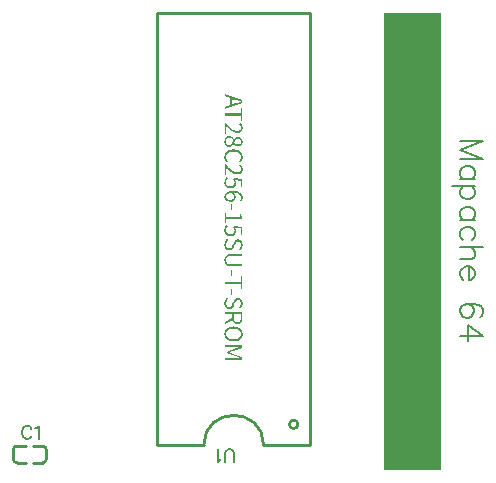
<source format=gto>
G04 Layer: TopSilkscreenLayer*
G04 EasyEDA v6.5.22, 2023-04-21 14:11:52*
G04 6639ec0bfd30429d8febbb54714beaf6,0d2cea57a9a8422ebbcee2df73fbc454,10*
G04 Gerber Generator version 0.2*
G04 Scale: 100 percent, Rotated: No, Reflected: No *
G04 Dimensions in millimeters *
G04 leading zeros omitted , absolute positions ,4 integer and 5 decimal *
%FSLAX45Y45*%
%MOMM*%

%ADD10C,0.2032*%
%ADD11C,0.1524*%
%ADD12C,0.2540*%

%LPD*%
G36*
X3911600Y4647184D02*
G01*
X3911600Y4630420D01*
X3958590Y4615180D01*
X3958590Y4610862D01*
X3971798Y4610862D01*
X4002176Y4601006D01*
X4046220Y4587748D01*
X4046220Y4586986D01*
X4008424Y4575657D01*
X3995928Y4571492D01*
X3971798Y4563872D01*
X3971798Y4610862D01*
X3958590Y4610862D01*
X3958590Y4559554D01*
X3911600Y4544822D01*
X3911600Y4526788D01*
X4060444Y4577842D01*
X4060444Y4596384D01*
G37*
G36*
X4046220Y4531360D02*
G01*
X4046220Y4486148D01*
X3911600Y4486148D01*
X3911600Y4468876D01*
X4046220Y4468876D01*
X4046220Y4423410D01*
X4060444Y4423410D01*
X4060444Y4531360D01*
G37*
G36*
X4041140Y4408932D02*
G01*
X4031996Y4399280D01*
X4035602Y4395927D01*
X4038904Y4392422D01*
X4041901Y4388713D01*
X4044492Y4384852D01*
X4046575Y4380788D01*
X4048201Y4376521D01*
X4049166Y4372102D01*
X4049522Y4367530D01*
X4048912Y4360773D01*
X4047185Y4354982D01*
X4044442Y4350105D01*
X4040733Y4346194D01*
X4036212Y4343146D01*
X4030979Y4341012D01*
X4025137Y4339742D01*
X4018787Y4339336D01*
X4014927Y4339488D01*
X4006900Y4340758D01*
X3998569Y4343349D01*
X3989882Y4347311D01*
X3985361Y4349800D01*
X3976065Y4355795D01*
X3966260Y4363262D01*
X3955948Y4372152D01*
X3945077Y4382566D01*
X3933596Y4394454D01*
X3921506Y4407916D01*
X3911600Y4407916D01*
X3911600Y4315968D01*
X3925824Y4315968D01*
X3925722Y4364532D01*
X3924554Y4383024D01*
X3934714Y4372508D01*
X3944721Y4362856D01*
X3954475Y4354068D01*
X3964076Y4346244D01*
X3973576Y4339437D01*
X3982923Y4333697D01*
X3992168Y4329176D01*
X3996791Y4327347D01*
X4001363Y4325823D01*
X4005935Y4324654D01*
X4010456Y4323791D01*
X4015028Y4323232D01*
X4019550Y4323080D01*
X4025950Y4323435D01*
X4031945Y4324400D01*
X4037482Y4326026D01*
X4042562Y4328261D01*
X4047134Y4331106D01*
X4051147Y4334510D01*
X4054652Y4338472D01*
X4057599Y4342942D01*
X4059936Y4347921D01*
X4061612Y4353407D01*
X4062628Y4359351D01*
X4062984Y4365752D01*
X4062577Y4372457D01*
X4061409Y4378655D01*
X4059529Y4384395D01*
X4057040Y4389831D01*
X4053840Y4394911D01*
X4050131Y4399737D01*
X4045864Y4404410D01*
G37*
G36*
X3948684Y4296410D02*
G01*
X3943045Y4296003D01*
X3937711Y4294835D01*
X3932732Y4292904D01*
X3928160Y4290263D01*
X3923944Y4287012D01*
X3920185Y4283100D01*
X3916934Y4278680D01*
X3914190Y4273702D01*
X3912006Y4268216D01*
X3910380Y4262323D01*
X3909415Y4256074D01*
X3909073Y4249166D01*
X3921251Y4249166D01*
X3921810Y4255871D01*
X3923436Y4262018D01*
X3925976Y4267504D01*
X3929379Y4272229D01*
X3933545Y4276090D01*
X3938422Y4278985D01*
X3943807Y4280814D01*
X3949700Y4281424D01*
X3955186Y4281017D01*
X3960368Y4279849D01*
X3965295Y4277918D01*
X3969918Y4275378D01*
X3974134Y4272229D01*
X3978046Y4268571D01*
X3981602Y4264406D01*
X3984751Y4259834D01*
X3980434Y4249318D01*
X3975601Y4239260D01*
X3991610Y4239260D01*
X3994251Y4245762D01*
X3997147Y4252061D01*
X4000347Y4257903D01*
X4003954Y4263085D01*
X4008120Y4267504D01*
X4012946Y4270857D01*
X4018483Y4273042D01*
X4024884Y4273804D01*
X4030268Y4273346D01*
X4035145Y4271975D01*
X4039412Y4269740D01*
X4043070Y4266844D01*
X4046016Y4263237D01*
X4048201Y4259021D01*
X4049572Y4254296D01*
X4050029Y4249166D01*
X4049471Y4243222D01*
X4047845Y4237990D01*
X4045305Y4233519D01*
X4041952Y4229811D01*
X4037837Y4226864D01*
X4033215Y4224731D01*
X4028084Y4223461D01*
X4022598Y4223004D01*
X4014165Y4224020D01*
X4006138Y4227118D01*
X3998569Y4232198D01*
X3991610Y4239260D01*
X3975601Y4239260D01*
X3973372Y4235348D01*
X3970680Y4231436D01*
X3967734Y4227931D01*
X3964482Y4224934D01*
X3960926Y4222496D01*
X3956964Y4220718D01*
X3952544Y4219600D01*
X3947668Y4219194D01*
X3942181Y4219752D01*
X3937101Y4221327D01*
X3932631Y4223918D01*
X3928719Y4227423D01*
X3925570Y4231741D01*
X3923233Y4236872D01*
X3921760Y4242714D01*
X3921251Y4249166D01*
X3909073Y4249166D01*
X3909415Y4242765D01*
X3910380Y4236466D01*
X3912006Y4230674D01*
X3914190Y4225290D01*
X3916934Y4220464D01*
X3920134Y4216146D01*
X3923741Y4212386D01*
X3927805Y4209288D01*
X3932224Y4206748D01*
X3936949Y4204970D01*
X3941927Y4203801D01*
X3947160Y4203446D01*
X3954373Y4204004D01*
X3960774Y4205528D01*
X3966464Y4207967D01*
X3971493Y4211167D01*
X3975912Y4214926D01*
X3979824Y4219194D01*
X3983228Y4223816D01*
X3986276Y4228592D01*
X3987292Y4228592D01*
X3990187Y4225239D01*
X3993591Y4221835D01*
X3997553Y4218432D01*
X4001973Y4215333D01*
X4006850Y4212590D01*
X4012031Y4210456D01*
X4017568Y4209034D01*
X4023360Y4208526D01*
X4028948Y4208830D01*
X4034180Y4209796D01*
X4039108Y4211320D01*
X4043679Y4213402D01*
X4047794Y4216095D01*
X4051503Y4219295D01*
X4054703Y4223004D01*
X4057396Y4227271D01*
X4059580Y4231995D01*
X4061155Y4237177D01*
X4062120Y4242816D01*
X4062476Y4248912D01*
X4062171Y4254500D01*
X4061256Y4259834D01*
X4059732Y4264812D01*
X4057700Y4269486D01*
X4055110Y4273753D01*
X4052062Y4277563D01*
X4048556Y4280916D01*
X4044543Y4283710D01*
X4040174Y4285996D01*
X4035450Y4287672D01*
X4030319Y4288688D01*
X4024884Y4289044D01*
X4019296Y4288637D01*
X4014063Y4287418D01*
X4009237Y4285488D01*
X4004818Y4282998D01*
X4000754Y4279950D01*
X3997096Y4276496D01*
X3993794Y4272737D01*
X3990848Y4268724D01*
X3990086Y4268724D01*
X3987037Y4273854D01*
X3983329Y4278833D01*
X3979062Y4283506D01*
X3974134Y4287723D01*
X3968648Y4291279D01*
X3962603Y4294022D01*
X3955897Y4295800D01*
G37*
G36*
X3986022Y4182110D02*
G01*
X3978910Y4181906D01*
X3972153Y4181297D01*
X3965651Y4180332D01*
X3959504Y4179011D01*
X3953662Y4177284D01*
X3948125Y4175251D01*
X3942943Y4172864D01*
X3938066Y4170172D01*
X3933596Y4167174D01*
X3929430Y4163923D01*
X3925671Y4160367D01*
X3922268Y4156557D01*
X3919220Y4152493D01*
X3916578Y4148175D01*
X3914292Y4143654D01*
X3912412Y4138879D01*
X3910990Y4133951D01*
X3909923Y4128820D01*
X3909263Y4123537D01*
X3909060Y4118101D01*
X3909415Y4111091D01*
X3910482Y4104487D01*
X3912209Y4098290D01*
X3914597Y4092498D01*
X3917594Y4087063D01*
X3921251Y4081932D01*
X3925519Y4077157D01*
X3930396Y4072636D01*
X3940810Y4082034D01*
X3936949Y4085793D01*
X3933545Y4089704D01*
X3930650Y4093718D01*
X3928211Y4097985D01*
X3926281Y4102404D01*
X3924909Y4107129D01*
X3924096Y4112056D01*
X3923792Y4117340D01*
X3924096Y4122674D01*
X3924909Y4127754D01*
X3926281Y4132579D01*
X3928160Y4137101D01*
X3930548Y4141317D01*
X3933444Y4145229D01*
X3936796Y4148785D01*
X3940657Y4152036D01*
X3944924Y4154932D01*
X3949649Y4157522D01*
X3954779Y4159707D01*
X3960317Y4161536D01*
X3966260Y4162958D01*
X3972560Y4163974D01*
X3979265Y4164634D01*
X3986276Y4164837D01*
X3993286Y4164634D01*
X3999941Y4163974D01*
X4006240Y4162907D01*
X4012133Y4161383D01*
X4017670Y4159504D01*
X4022750Y4157268D01*
X4027424Y4154627D01*
X4031640Y4151680D01*
X4035450Y4148328D01*
X4038752Y4144670D01*
X4041597Y4140708D01*
X4043984Y4136440D01*
X4045813Y4131868D01*
X4047185Y4127042D01*
X4047998Y4121912D01*
X4048251Y4116578D01*
X4047185Y4107383D01*
X4044289Y4099204D01*
X4039768Y4092041D01*
X4034028Y4085844D01*
X4044950Y4076446D01*
X4048404Y4079849D01*
X4051757Y4083761D01*
X4054805Y4088129D01*
X4057497Y4093006D01*
X4059732Y4098340D01*
X4061510Y4104081D01*
X4062577Y4110278D01*
X4062984Y4116832D01*
X4062780Y4122369D01*
X4062120Y4127804D01*
X4061053Y4133037D01*
X4059580Y4138066D01*
X4057650Y4142892D01*
X4055364Y4147515D01*
X4052722Y4151884D01*
X4049623Y4156049D01*
X4046220Y4159961D01*
X4042410Y4163568D01*
X4038244Y4166920D01*
X4033723Y4169968D01*
X4028897Y4172712D01*
X4023715Y4175099D01*
X4018178Y4177182D01*
X4012387Y4178909D01*
X4006240Y4180281D01*
X3999788Y4181297D01*
X3993032Y4181906D01*
G37*
G36*
X4041140Y4057142D02*
G01*
X4031996Y4047236D01*
X4035602Y4043984D01*
X4038904Y4040479D01*
X4041901Y4036822D01*
X4044492Y4032910D01*
X4046575Y4028846D01*
X4048201Y4024629D01*
X4049166Y4020261D01*
X4049522Y4015740D01*
X4048912Y4008983D01*
X4047185Y4003141D01*
X4044442Y3998264D01*
X4040733Y3994302D01*
X4036212Y3991203D01*
X4030979Y3989019D01*
X4025137Y3987698D01*
X4018787Y3987292D01*
X4014927Y3987444D01*
X4010964Y3987952D01*
X4006900Y3988765D01*
X4002786Y3989882D01*
X3998569Y3991356D01*
X3989882Y3995318D01*
X3980789Y4000703D01*
X3971188Y4007459D01*
X3961129Y4015638D01*
X3950563Y4025341D01*
X3939387Y4036517D01*
X3921506Y4056126D01*
X3911600Y4056126D01*
X3911600Y3963924D01*
X3925824Y3963924D01*
X3925722Y4012488D01*
X3924554Y4030979D01*
X3934714Y4020464D01*
X3944721Y4010812D01*
X3954475Y4002024D01*
X3964076Y3994200D01*
X3973576Y3987393D01*
X3982923Y3981653D01*
X3992168Y3977132D01*
X3996791Y3975303D01*
X4001363Y3973779D01*
X4005935Y3972610D01*
X4010456Y3971747D01*
X4015028Y3971188D01*
X4019550Y3971036D01*
X4025950Y3971391D01*
X4031945Y3972356D01*
X4037482Y3973982D01*
X4042562Y3976217D01*
X4047134Y3979062D01*
X4051147Y3982465D01*
X4054652Y3986428D01*
X4057599Y3990898D01*
X4059936Y3995877D01*
X4061612Y4001363D01*
X4062628Y4007307D01*
X4062984Y4013708D01*
X4062577Y4020413D01*
X4061409Y4026662D01*
X4059529Y4032453D01*
X4057040Y4037888D01*
X4053840Y4043019D01*
X4050131Y4047947D01*
X4045864Y4052620D01*
G37*
G36*
X3928618Y3947922D02*
G01*
X3924909Y3944010D01*
X3921404Y3939692D01*
X3918051Y3934866D01*
X3915105Y3929481D01*
X3912615Y3923436D01*
X3910736Y3916730D01*
X3909517Y3909263D01*
X3909060Y3900932D01*
X3909415Y3894886D01*
X3910584Y3888943D01*
X3912412Y3883202D01*
X3915003Y3877716D01*
X3918305Y3872585D01*
X3922268Y3867912D01*
X3926941Y3863746D01*
X3932224Y3860139D01*
X3938219Y3857193D01*
X3944823Y3855008D01*
X3952036Y3853637D01*
X3959860Y3853179D01*
X3967683Y3853586D01*
X3974744Y3854754D01*
X3981094Y3856685D01*
X3986733Y3859225D01*
X3991660Y3862425D01*
X3995877Y3866184D01*
X3999433Y3870451D01*
X4002328Y3875176D01*
X4004564Y3880307D01*
X4006138Y3885793D01*
X4007053Y3891584D01*
X4007358Y3897629D01*
X4006900Y3904234D01*
X4005630Y3910126D01*
X4003598Y3915562D01*
X4001008Y3920744D01*
X4046220Y3916679D01*
X4046220Y3860292D01*
X4060444Y3860292D01*
X4060444Y3931412D01*
X3991356Y3935984D01*
X3985514Y3926840D01*
X3989374Y3920693D01*
X3992168Y3914851D01*
X3993845Y3908704D01*
X3994404Y3901694D01*
X3993794Y3894785D01*
X3992016Y3888536D01*
X3989070Y3883101D01*
X3985056Y3878427D01*
X3980027Y3874719D01*
X3974033Y3871976D01*
X3967124Y3870248D01*
X3959351Y3869690D01*
X3951376Y3870350D01*
X3944213Y3872331D01*
X3937965Y3875379D01*
X3932682Y3879392D01*
X3928465Y3884269D01*
X3925366Y3889857D01*
X3923436Y3895953D01*
X3922776Y3902456D01*
X3923131Y3908806D01*
X3924198Y3914597D01*
X3925824Y3919778D01*
X3927906Y3924503D01*
X3930446Y3928821D01*
X3933291Y3932732D01*
X3936339Y3936288D01*
X3939540Y3939540D01*
G37*
G36*
X3982212Y3830574D02*
G01*
X3973372Y3830320D01*
X3965143Y3829608D01*
X3957421Y3828491D01*
X3950309Y3826916D01*
X3943756Y3824935D01*
X3937762Y3822547D01*
X3932326Y3819804D01*
X3927449Y3816705D01*
X3923131Y3813251D01*
X3919423Y3809492D01*
X3916273Y3805428D01*
X3913682Y3801110D01*
X3911650Y3796487D01*
X3910228Y3791661D01*
X3909364Y3786581D01*
X3909060Y3781298D01*
X3922268Y3781298D01*
X3922623Y3786073D01*
X3923741Y3790492D01*
X3925519Y3794556D01*
X3928059Y3798265D01*
X3931259Y3801618D01*
X3935120Y3804615D01*
X3939590Y3807206D01*
X3944772Y3809441D01*
X3950563Y3811320D01*
X3956964Y3812794D01*
X3963974Y3813860D01*
X3971544Y3814572D01*
X3976471Y3810711D01*
X3980637Y3806698D01*
X3984040Y3802634D01*
X3986784Y3798519D01*
X3988815Y3794506D01*
X3990238Y3790543D01*
X3991101Y3786733D01*
X3991356Y3783076D01*
X3990746Y3776421D01*
X3988866Y3770680D01*
X3985920Y3765854D01*
X3981907Y3761943D01*
X3976979Y3758946D01*
X3971086Y3756812D01*
X3964432Y3755542D01*
X3957065Y3755136D01*
X3949649Y3755644D01*
X3942943Y3757168D01*
X3937000Y3759504D01*
X3931970Y3762705D01*
X3927856Y3766565D01*
X3924808Y3770985D01*
X3922928Y3775964D01*
X3922268Y3781298D01*
X3909060Y3781298D01*
X3909466Y3775710D01*
X3910634Y3770325D01*
X3912514Y3765194D01*
X3915105Y3760368D01*
X3918407Y3755898D01*
X3922318Y3751884D01*
X3926789Y3748278D01*
X3931869Y3745229D01*
X3937457Y3742740D01*
X3943553Y3740912D01*
X3950106Y3739794D01*
X3957065Y3739387D01*
X3964482Y3739692D01*
X3971290Y3740708D01*
X3977386Y3742283D01*
X3982872Y3744468D01*
X3987749Y3747211D01*
X3991914Y3750513D01*
X3995470Y3754374D01*
X3998366Y3758692D01*
X4000652Y3763518D01*
X4002278Y3768750D01*
X4003243Y3774440D01*
X4003548Y3780536D01*
X4003243Y3785057D01*
X4002278Y3789629D01*
X4000804Y3794150D01*
X3998722Y3798620D01*
X3996131Y3802989D01*
X3993032Y3807206D01*
X3989476Y3811168D01*
X3985514Y3814826D01*
X3994048Y3814470D01*
X4001871Y3813759D01*
X4009034Y3812692D01*
X4015536Y3811270D01*
X4021328Y3809542D01*
X4026560Y3807510D01*
X4031183Y3805224D01*
X4035196Y3802684D01*
X4038701Y3799890D01*
X4041597Y3796842D01*
X4044035Y3793642D01*
X4045965Y3790289D01*
X4047439Y3786733D01*
X4048455Y3783076D01*
X4049064Y3779316D01*
X4049268Y3775456D01*
X4048506Y3768851D01*
X4046220Y3762451D01*
X4042613Y3756609D01*
X4037837Y3751579D01*
X4048251Y3742182D01*
X4051300Y3745331D01*
X4054094Y3748786D01*
X4056583Y3752494D01*
X4058767Y3756507D01*
X4060545Y3760825D01*
X4061866Y3765499D01*
X4062679Y3770528D01*
X4062984Y3775964D01*
X4062831Y3780231D01*
X4062323Y3784396D01*
X4061460Y3788511D01*
X4060240Y3792575D01*
X4058665Y3796487D01*
X4056684Y3800297D01*
X4054297Y3803954D01*
X4051503Y3807460D01*
X4048302Y3810812D01*
X4044696Y3813962D01*
X4040632Y3816858D01*
X4036110Y3819550D01*
X4031132Y3821988D01*
X4025646Y3824173D01*
X4019702Y3826052D01*
X4013250Y3827627D01*
X4006291Y3828897D01*
X3998772Y3829812D01*
X3990797Y3830370D01*
G37*
G36*
X3961892Y3721100D02*
G01*
X3961892Y3669792D01*
X3974846Y3669792D01*
X3974846Y3721100D01*
G37*
G36*
X3911600Y3642868D02*
G01*
X3911600Y3562604D01*
X3925315Y3562604D01*
X3925315Y3593084D01*
X4060444Y3593084D01*
X4060444Y3605529D01*
X4057091Y3611778D01*
X4054297Y3618737D01*
X4052062Y3626662D01*
X4050284Y3635756D01*
X4039362Y3635756D01*
X4039362Y3609340D01*
X3925315Y3609340D01*
X3925315Y3642868D01*
G37*
G36*
X3928618Y3543554D02*
G01*
X3924909Y3539642D01*
X3921404Y3535324D01*
X3918051Y3530498D01*
X3915105Y3525113D01*
X3912615Y3519068D01*
X3910736Y3512362D01*
X3909517Y3504895D01*
X3909060Y3496564D01*
X3909415Y3490518D01*
X3910584Y3484575D01*
X3912412Y3478834D01*
X3915003Y3473348D01*
X3918305Y3468217D01*
X3922268Y3463544D01*
X3926941Y3459378D01*
X3932224Y3455771D01*
X3938219Y3452825D01*
X3944823Y3450640D01*
X3952036Y3449269D01*
X3959860Y3448812D01*
X3967683Y3449218D01*
X3974744Y3450386D01*
X3981094Y3452317D01*
X3986733Y3454857D01*
X3991660Y3458057D01*
X3995877Y3461816D01*
X3999433Y3466084D01*
X4002328Y3470808D01*
X4004564Y3475939D01*
X4006138Y3481425D01*
X4007053Y3487216D01*
X4007358Y3493262D01*
X4006900Y3499865D01*
X4005630Y3505758D01*
X4003598Y3511194D01*
X4001008Y3516376D01*
X4046220Y3512312D01*
X4046220Y3455924D01*
X4060444Y3455924D01*
X4060444Y3527044D01*
X3991356Y3531615D01*
X3985514Y3522472D01*
X3989374Y3516325D01*
X3992168Y3510483D01*
X3993845Y3504336D01*
X3994404Y3497326D01*
X3993794Y3490417D01*
X3992016Y3484168D01*
X3989070Y3478733D01*
X3985056Y3474059D01*
X3980027Y3470351D01*
X3974033Y3467608D01*
X3967124Y3465880D01*
X3959351Y3465322D01*
X3951376Y3465982D01*
X3944213Y3467963D01*
X3937965Y3471011D01*
X3932682Y3475024D01*
X3928465Y3479901D01*
X3925366Y3485489D01*
X3923436Y3491585D01*
X3922776Y3498087D01*
X3923131Y3504437D01*
X3924198Y3510229D01*
X3925824Y3515410D01*
X3927906Y3520135D01*
X3930446Y3524453D01*
X3933291Y3528364D01*
X3936339Y3531920D01*
X3939540Y3535172D01*
G37*
G36*
X3931158Y3427984D02*
G01*
X3926281Y3423005D01*
X3921912Y3417519D01*
X3918153Y3411626D01*
X3914952Y3405327D01*
X3912412Y3398672D01*
X3910584Y3391611D01*
X3909466Y3384194D01*
X3909060Y3376422D01*
X3909415Y3369005D01*
X3910533Y3362045D01*
X3912260Y3355644D01*
X3914648Y3349802D01*
X3917645Y3344519D01*
X3921150Y3339896D01*
X3925112Y3335883D01*
X3929532Y3332530D01*
X3934358Y3329889D01*
X3939540Y3327958D01*
X3944975Y3326790D01*
X3950715Y3326384D01*
X3958437Y3326993D01*
X3965194Y3328771D01*
X3971036Y3331616D01*
X3976065Y3335426D01*
X3980383Y3339998D01*
X3984142Y3345230D01*
X3987444Y3351072D01*
X3990340Y3357372D01*
X4001414Y3383076D01*
X4005884Y3391611D01*
X4008628Y3395421D01*
X4011828Y3398723D01*
X4015638Y3401314D01*
X4020108Y3402990D01*
X4025392Y3403600D01*
X4030370Y3403041D01*
X4034840Y3401517D01*
X4038752Y3398977D01*
X4042054Y3395573D01*
X4044696Y3391408D01*
X4046626Y3386429D01*
X4047845Y3380841D01*
X4048251Y3374644D01*
X4047998Y3369462D01*
X4047236Y3364585D01*
X4046016Y3359962D01*
X4044391Y3355594D01*
X4042308Y3351479D01*
X4039870Y3347567D01*
X4037126Y3343859D01*
X4034028Y3340354D01*
X4044696Y3331464D01*
X4048556Y3335528D01*
X4052062Y3339998D01*
X4055160Y3344926D01*
X4057853Y3350209D01*
X4059986Y3355848D01*
X4061612Y3361842D01*
X4062628Y3368090D01*
X4062984Y3374644D01*
X4062628Y3381095D01*
X4061663Y3387242D01*
X4060088Y3392982D01*
X4057954Y3398316D01*
X4055211Y3403193D01*
X4052011Y3407511D01*
X4048353Y3411372D01*
X4044238Y3414572D01*
X4039717Y3417163D01*
X4034840Y3419043D01*
X4029659Y3420211D01*
X4024122Y3420618D01*
X4016552Y3419906D01*
X4009948Y3417824D01*
X4004259Y3414674D01*
X3999382Y3410661D01*
X3995216Y3405987D01*
X3991711Y3400907D01*
X3988765Y3395624D01*
X3986276Y3390392D01*
X3974541Y3363620D01*
X3972153Y3358845D01*
X3969613Y3354527D01*
X3966768Y3350768D01*
X3963466Y3347669D01*
X3959606Y3345383D01*
X3954983Y3343910D01*
X3949446Y3343401D01*
X3943959Y3343960D01*
X3939032Y3345687D01*
X3934612Y3348431D01*
X3930904Y3352190D01*
X3927906Y3356864D01*
X3925671Y3362451D01*
X3924249Y3368903D01*
X3923792Y3376168D01*
X3924147Y3382060D01*
X3925112Y3387801D01*
X3926738Y3393440D01*
X3928922Y3398926D01*
X3931615Y3404108D01*
X3934815Y3409035D01*
X3938524Y3413607D01*
X3942587Y3417824D01*
G37*
G36*
X3972051Y3297428D02*
G01*
X3963517Y3297174D01*
X3955694Y3296361D01*
X3948582Y3295091D01*
X3942181Y3293313D01*
X3936390Y3291128D01*
X3931259Y3288487D01*
X3926687Y3285439D01*
X3922725Y3282086D01*
X3919321Y3278327D01*
X3916476Y3274263D01*
X3914089Y3269894D01*
X3912209Y3265271D01*
X3910787Y3260394D01*
X3909822Y3255314D01*
X3909263Y3250031D01*
X3909060Y3244596D01*
X3909263Y3239211D01*
X3909822Y3233928D01*
X3910787Y3228898D01*
X3912209Y3224072D01*
X3914089Y3219450D01*
X3916476Y3215132D01*
X3919321Y3211068D01*
X3922725Y3207359D01*
X3926687Y3203956D01*
X3931259Y3200958D01*
X3936390Y3198317D01*
X3942181Y3196132D01*
X3948582Y3194354D01*
X3955694Y3193084D01*
X3963517Y3192272D01*
X3972051Y3192018D01*
X4060444Y3192018D01*
X4060444Y3208020D01*
X3971798Y3208020D01*
X3963162Y3208375D01*
X3955542Y3209340D01*
X3948887Y3210915D01*
X3943096Y3213049D01*
X3938168Y3215690D01*
X3934104Y3218789D01*
X3930751Y3222294D01*
X3928110Y3226206D01*
X3926128Y3230422D01*
X3924808Y3234944D01*
X3924046Y3239668D01*
X3923792Y3244596D01*
X3924046Y3249472D01*
X3924808Y3254146D01*
X3926128Y3258565D01*
X3928110Y3262680D01*
X3930751Y3266490D01*
X3934104Y3269945D01*
X3938168Y3272942D01*
X3943096Y3275533D01*
X3948887Y3277615D01*
X3955542Y3279140D01*
X3963162Y3280105D01*
X3971798Y3280410D01*
X4060444Y3280410D01*
X4060444Y3297428D01*
G37*
G36*
X3961892Y3162554D02*
G01*
X3961892Y3111246D01*
X3974846Y3111246D01*
X3974846Y3162554D01*
G37*
G36*
X4046220Y3106166D02*
G01*
X4046220Y3060700D01*
X3911600Y3060700D01*
X3911600Y3043682D01*
X4046220Y3043682D01*
X4046220Y2998216D01*
X4060444Y2998216D01*
X4060444Y3106166D01*
G37*
G36*
X3961892Y2999232D02*
G01*
X3961892Y2947924D01*
X3974846Y2947924D01*
X3974846Y2999232D01*
G37*
G36*
X3931158Y2932684D02*
G01*
X3926281Y2927705D01*
X3921912Y2922219D01*
X3918153Y2916326D01*
X3914952Y2910027D01*
X3912412Y2903372D01*
X3910584Y2896311D01*
X3909466Y2888894D01*
X3909060Y2881122D01*
X3909415Y2873705D01*
X3910533Y2866745D01*
X3912260Y2860344D01*
X3914648Y2854502D01*
X3917645Y2849219D01*
X3921150Y2844596D01*
X3925112Y2840583D01*
X3929532Y2837230D01*
X3934358Y2834589D01*
X3939540Y2832658D01*
X3944975Y2831490D01*
X3950715Y2831084D01*
X3958437Y2831693D01*
X3965194Y2833522D01*
X3971036Y2836418D01*
X3976065Y2840177D01*
X3980383Y2844800D01*
X3984142Y2850032D01*
X3987444Y2855874D01*
X3990340Y2862072D01*
X4001414Y2887980D01*
X4003548Y2892348D01*
X4005884Y2896463D01*
X4008628Y2900273D01*
X4011828Y2903524D01*
X4015638Y2906064D01*
X4020108Y2907690D01*
X4025392Y2908300D01*
X4030370Y2907792D01*
X4034840Y2906268D01*
X4038752Y2903778D01*
X4042054Y2900426D01*
X4044696Y2896260D01*
X4046626Y2891383D01*
X4047845Y2885795D01*
X4048251Y2879598D01*
X4047998Y2874416D01*
X4047236Y2869539D01*
X4046016Y2864916D01*
X4044391Y2860548D01*
X4042308Y2856433D01*
X4039870Y2852521D01*
X4037126Y2848813D01*
X4034028Y2845308D01*
X4044696Y2836164D01*
X4048556Y2840228D01*
X4052062Y2844698D01*
X4055160Y2849626D01*
X4057853Y2854909D01*
X4059986Y2860598D01*
X4061612Y2866644D01*
X4062628Y2872994D01*
X4062984Y2879598D01*
X4062628Y2886049D01*
X4061663Y2892196D01*
X4060088Y2897936D01*
X4057954Y2903270D01*
X4055211Y2908147D01*
X4052011Y2912465D01*
X4048353Y2916326D01*
X4044238Y2919526D01*
X4039717Y2922117D01*
X4034840Y2923997D01*
X4029659Y2925165D01*
X4024122Y2925572D01*
X4016552Y2924810D01*
X4009948Y2922778D01*
X4004259Y2919628D01*
X3999382Y2915564D01*
X3995216Y2910890D01*
X3991711Y2905760D01*
X3988765Y2900426D01*
X3976878Y2873756D01*
X3972153Y2863799D01*
X3969613Y2859481D01*
X3966768Y2855722D01*
X3963466Y2852623D01*
X3959606Y2850337D01*
X3954983Y2848864D01*
X3949446Y2848356D01*
X3943959Y2848914D01*
X3939032Y2850591D01*
X3934612Y2853283D01*
X3930904Y2856992D01*
X3927906Y2861665D01*
X3925671Y2867202D01*
X3924249Y2873654D01*
X3923792Y2880868D01*
X3924147Y2886811D01*
X3925112Y2892602D01*
X3926738Y2898292D01*
X3928922Y2903677D01*
X3931615Y2908858D01*
X3934815Y2913786D01*
X3938524Y2918307D01*
X3942587Y2922524D01*
G37*
G36*
X3911600Y2801620D02*
G01*
X3911600Y2784602D01*
X4046728Y2784602D01*
X4046728Y2758694D01*
X4046372Y2750159D01*
X4045254Y2742692D01*
X4043324Y2736291D01*
X4040479Y2730957D01*
X4036720Y2726791D01*
X4031945Y2723794D01*
X4026052Y2721965D01*
X4019042Y2721356D01*
X4012082Y2721965D01*
X4006087Y2723794D01*
X4001008Y2726791D01*
X3996893Y2730957D01*
X3993692Y2736291D01*
X3991406Y2742692D01*
X3990035Y2750159D01*
X3989578Y2758694D01*
X3989578Y2784602D01*
X3975862Y2784602D01*
X3975862Y2756916D01*
X3911600Y2719578D01*
X3911600Y2700782D01*
X3977386Y2739136D01*
X3978757Y2734056D01*
X3980535Y2729331D01*
X3982669Y2724962D01*
X3985158Y2720898D01*
X3988003Y2717292D01*
X3991254Y2714040D01*
X3994912Y2711246D01*
X3998925Y2708910D01*
X4003344Y2707081D01*
X4008170Y2705709D01*
X4013403Y2704896D01*
X4019042Y2704592D01*
X4026255Y2705049D01*
X4032707Y2706268D01*
X4038346Y2708351D01*
X4043324Y2711196D01*
X4047591Y2714701D01*
X4051147Y2718917D01*
X4054144Y2723743D01*
X4056481Y2729179D01*
X4058259Y2735122D01*
X4059478Y2741625D01*
X4060190Y2748534D01*
X4060444Y2755900D01*
X4060444Y2801620D01*
G37*
G36*
X3986529Y2682748D02*
G01*
X3979519Y2682544D01*
X3972814Y2681986D01*
X3966362Y2681071D01*
X3960215Y2679750D01*
X3954373Y2678125D01*
X3948836Y2676144D01*
X3943654Y2673858D01*
X3938727Y2671267D01*
X3934206Y2668371D01*
X3929989Y2665171D01*
X3926128Y2661716D01*
X3922674Y2658008D01*
X3919524Y2654046D01*
X3916832Y2649778D01*
X3914495Y2645359D01*
X3912565Y2640685D01*
X3911041Y2635808D01*
X3909923Y2630728D01*
X3909263Y2625445D01*
X3909060Y2620010D01*
X3923792Y2620010D01*
X3924096Y2625039D01*
X3924909Y2629814D01*
X3926332Y2634386D01*
X3928211Y2638704D01*
X3930650Y2642717D01*
X3933596Y2646426D01*
X3937000Y2649880D01*
X3940860Y2653030D01*
X3945178Y2655824D01*
X3949954Y2658313D01*
X3955084Y2660446D01*
X3960672Y2662224D01*
X3966616Y2663647D01*
X3972915Y2664663D01*
X3979570Y2665272D01*
X3986529Y2665476D01*
X3993489Y2665272D01*
X4000144Y2664663D01*
X4006392Y2663647D01*
X4012234Y2662224D01*
X4017721Y2660446D01*
X4022801Y2658313D01*
X4027474Y2655824D01*
X4031691Y2653030D01*
X4035450Y2649880D01*
X4038752Y2646426D01*
X4041597Y2642717D01*
X4043984Y2638704D01*
X4045813Y2634386D01*
X4047185Y2629814D01*
X4047998Y2625039D01*
X4048251Y2620010D01*
X4047998Y2614930D01*
X4047185Y2610104D01*
X4045813Y2605532D01*
X4043984Y2601163D01*
X4041597Y2597150D01*
X4038752Y2593390D01*
X4035450Y2589936D01*
X4031691Y2586786D01*
X4027474Y2583942D01*
X4022801Y2581452D01*
X4017721Y2579319D01*
X4012234Y2577541D01*
X4006392Y2576118D01*
X4000144Y2575102D01*
X3993489Y2574493D01*
X3986529Y2574290D01*
X3979570Y2574493D01*
X3972915Y2575102D01*
X3966616Y2576118D01*
X3960672Y2577541D01*
X3955084Y2579319D01*
X3949954Y2581452D01*
X3945178Y2583942D01*
X3940860Y2586786D01*
X3937000Y2589936D01*
X3933596Y2593390D01*
X3930650Y2597150D01*
X3928211Y2601163D01*
X3926332Y2605532D01*
X3924909Y2610104D01*
X3924096Y2614930D01*
X3923792Y2620010D01*
X3909060Y2620010D01*
X3909263Y2614574D01*
X3909923Y2609291D01*
X3911041Y2604211D01*
X3912565Y2599334D01*
X3914495Y2594610D01*
X3916832Y2590139D01*
X3919524Y2585923D01*
X3922674Y2581910D01*
X3926128Y2578201D01*
X3929989Y2574696D01*
X3934206Y2571496D01*
X3938727Y2568600D01*
X3943654Y2565958D01*
X3948836Y2563672D01*
X3954373Y2561691D01*
X3960215Y2560015D01*
X3966362Y2558745D01*
X3972814Y2557780D01*
X3979519Y2557221D01*
X3986529Y2557018D01*
X3993489Y2557221D01*
X4000195Y2557780D01*
X4006596Y2558745D01*
X4012742Y2560015D01*
X4018534Y2561691D01*
X4023969Y2563672D01*
X4029151Y2565958D01*
X4033977Y2568600D01*
X4038447Y2571496D01*
X4042562Y2574696D01*
X4046321Y2578201D01*
X4049776Y2581910D01*
X4052773Y2585923D01*
X4055465Y2590139D01*
X4057700Y2594610D01*
X4059580Y2599334D01*
X4061053Y2604211D01*
X4062120Y2609291D01*
X4062780Y2614574D01*
X4062984Y2620010D01*
X4062780Y2625445D01*
X4062120Y2630728D01*
X4061053Y2635808D01*
X4059580Y2640685D01*
X4057700Y2645359D01*
X4055465Y2649778D01*
X4052773Y2654046D01*
X4049776Y2658008D01*
X4046321Y2661716D01*
X4042562Y2665171D01*
X4038447Y2668371D01*
X4033977Y2671267D01*
X4029151Y2673858D01*
X4023969Y2676144D01*
X4018534Y2678125D01*
X4012742Y2679750D01*
X4006596Y2681071D01*
X4000195Y2681986D01*
X3993489Y2682544D01*
G37*
G36*
X3911600Y2524252D02*
G01*
X3911600Y2509012D01*
X4002430Y2509062D01*
X4024629Y2510078D01*
X4040632Y2511044D01*
X4040632Y2510282D01*
X4006850Y2498598D01*
X3926840Y2469388D01*
X3926840Y2457704D01*
X4006850Y2428748D01*
X4040632Y2416810D01*
X4040632Y2416048D01*
X4007713Y2417876D01*
X3997451Y2418080D01*
X3911600Y2418080D01*
X3911600Y2402332D01*
X4060444Y2402332D01*
X4060444Y2423160D01*
X3979164Y2452116D01*
X3947414Y2462530D01*
X3947414Y2463546D01*
X3979164Y2474468D01*
X4060444Y2503678D01*
X4060444Y2524252D01*
G37*
D10*
X6097777Y4249673D02*
G01*
X5903975Y4249673D01*
X6097777Y4249673D02*
G01*
X5903975Y4175760D01*
X6097777Y4101845D02*
G01*
X5903975Y4175760D01*
X6097777Y4101845D02*
G01*
X5903975Y4101845D01*
X6033261Y3930142D02*
G01*
X5903975Y3930142D01*
X6005575Y3930142D02*
G01*
X6023863Y3948684D01*
X6033261Y3966971D01*
X6033261Y3994657D01*
X6023863Y4013200D01*
X6005575Y4031742D01*
X5977890Y4040886D01*
X5959347Y4040886D01*
X5931661Y4031742D01*
X5913120Y4013200D01*
X5903975Y3994657D01*
X5903975Y3966971D01*
X5913120Y3948684D01*
X5931661Y3930142D01*
X6033261Y3869181D02*
G01*
X5839206Y3869181D01*
X6005575Y3869181D02*
G01*
X6023863Y3850639D01*
X6033261Y3832097D01*
X6033261Y3804412D01*
X6023863Y3786123D01*
X6005575Y3767581D01*
X5977890Y3758184D01*
X5959347Y3758184D01*
X5931661Y3767581D01*
X5913120Y3786123D01*
X5903975Y3804412D01*
X5903975Y3832097D01*
X5913120Y3850639D01*
X5931661Y3869181D01*
X6033261Y3586479D02*
G01*
X5903975Y3586479D01*
X6005575Y3586479D02*
G01*
X6023863Y3605021D01*
X6033261Y3623563D01*
X6033261Y3651250D01*
X6023863Y3669537D01*
X6005575Y3688079D01*
X5977890Y3697223D01*
X5959347Y3697223D01*
X5931661Y3688079D01*
X5913120Y3669537D01*
X5903975Y3651250D01*
X5903975Y3623563D01*
X5913120Y3605021D01*
X5931661Y3586479D01*
X6005575Y3414776D02*
G01*
X6023863Y3433063D01*
X6033261Y3451605D01*
X6033261Y3479292D01*
X6023863Y3497834D01*
X6005575Y3516376D01*
X5977890Y3525520D01*
X5959347Y3525520D01*
X5931661Y3516376D01*
X5913120Y3497834D01*
X5903975Y3479292D01*
X5903975Y3451605D01*
X5913120Y3433063D01*
X5931661Y3414776D01*
X6097777Y3353815D02*
G01*
X5903975Y3353815D01*
X5996177Y3353815D02*
G01*
X6023863Y3326129D01*
X6033261Y3307587D01*
X6033261Y3279902D01*
X6023863Y3261360D01*
X5996177Y3252215D01*
X5903975Y3252215D01*
X5977890Y3191255D02*
G01*
X5977890Y3080257D01*
X5996177Y3080257D01*
X6014720Y3089655D01*
X6023863Y3098800D01*
X6033261Y3117342D01*
X6033261Y3145028D01*
X6023863Y3163570D01*
X6005575Y3181857D01*
X5977890Y3191255D01*
X5959347Y3191255D01*
X5931661Y3181857D01*
X5913120Y3163570D01*
X5903975Y3145028D01*
X5903975Y3117342D01*
X5913120Y3098800D01*
X5931661Y3080257D01*
X6070091Y2766313D02*
G01*
X6088634Y2775457D01*
X6097777Y2803144D01*
X6097777Y2821686D01*
X6088634Y2849371D01*
X6060947Y2867913D01*
X6014720Y2877057D01*
X5968491Y2877057D01*
X5931661Y2867913D01*
X5913120Y2849371D01*
X5903975Y2821686D01*
X5903975Y2812542D01*
X5913120Y2784855D01*
X5931661Y2766313D01*
X5959347Y2757170D01*
X5968491Y2757170D01*
X5996177Y2766313D01*
X6014720Y2784855D01*
X6023863Y2812542D01*
X6023863Y2821686D01*
X6014720Y2849371D01*
X5996177Y2867913D01*
X5968491Y2877057D01*
X6097777Y2603754D02*
G01*
X5968491Y2696210D01*
X5968491Y2557526D01*
X6097777Y2603754D02*
G01*
X5903975Y2603754D01*
D11*
X2275077Y1816607D02*
G01*
X2269743Y1827021D01*
X2259329Y1837436D01*
X2249170Y1842515D01*
X2228341Y1842515D01*
X2217927Y1837436D01*
X2207513Y1827021D01*
X2202179Y1816607D01*
X2197100Y1800860D01*
X2197100Y1774952D01*
X2202179Y1759457D01*
X2207513Y1749044D01*
X2217927Y1738629D01*
X2228341Y1733550D01*
X2249170Y1733550D01*
X2259329Y1738629D01*
X2269743Y1749044D01*
X2275077Y1759457D01*
X2309368Y1821687D02*
G01*
X2319781Y1827021D01*
X2335275Y1842515D01*
X2335275Y1733550D01*
X3987800Y1535684D02*
G01*
X3987800Y1613662D01*
X3982720Y1629155D01*
X3972306Y1639570D01*
X3956558Y1644650D01*
X3946143Y1644650D01*
X3930650Y1639570D01*
X3920236Y1629155D01*
X3915156Y1613662D01*
X3915156Y1535684D01*
X3880865Y1556512D02*
G01*
X3870452Y1551178D01*
X3854704Y1535684D01*
X3854704Y1644650D01*
D12*
X2121598Y1560222D02*
G01*
X2121598Y1640225D01*
X2232573Y1529237D02*
G01*
X2152576Y1529237D01*
X2232573Y1671203D02*
G01*
X2152576Y1671203D01*
X2290163Y1528655D02*
G01*
X2370162Y1528655D01*
X2401145Y1559638D02*
G01*
X2401145Y1639636D01*
X2290163Y1670616D02*
G01*
X2370162Y1670616D01*
X4241800Y1676400D02*
G01*
X4635500Y1676400D01*
X4635500Y5334000D01*
X3340100Y5334000D01*
X3340100Y1676400D01*
X3733800Y1676400D01*
G75*
G01*
X2401151Y1559639D02*
G02*
X2370168Y1528656I-30983J0D01*
G75*
G01*
X2370168Y1670622D02*
G02*
X2401151Y1639636I0J-30983D01*
G75*
G01*
X2152581Y1529237D02*
G02*
X2121599Y1560223I0J30983D01*
G75*
G01*
X2121599Y1640220D02*
G02*
X2152581Y1671203I30982J0D01*
G75*
G01*
X4241800Y1676400D02*
G03*
X3733800Y1676400I-254000J0D01*
G75*
G01
X4531716Y1854200D02*
G03X4531716Y1854200I-35916J0D01*
G36*
X5257800Y5339587D02*
G01*
X5740400Y5339587D01*
X5740400Y1467611D01*
X5257800Y1467611D01*
G37*
M02*

</source>
